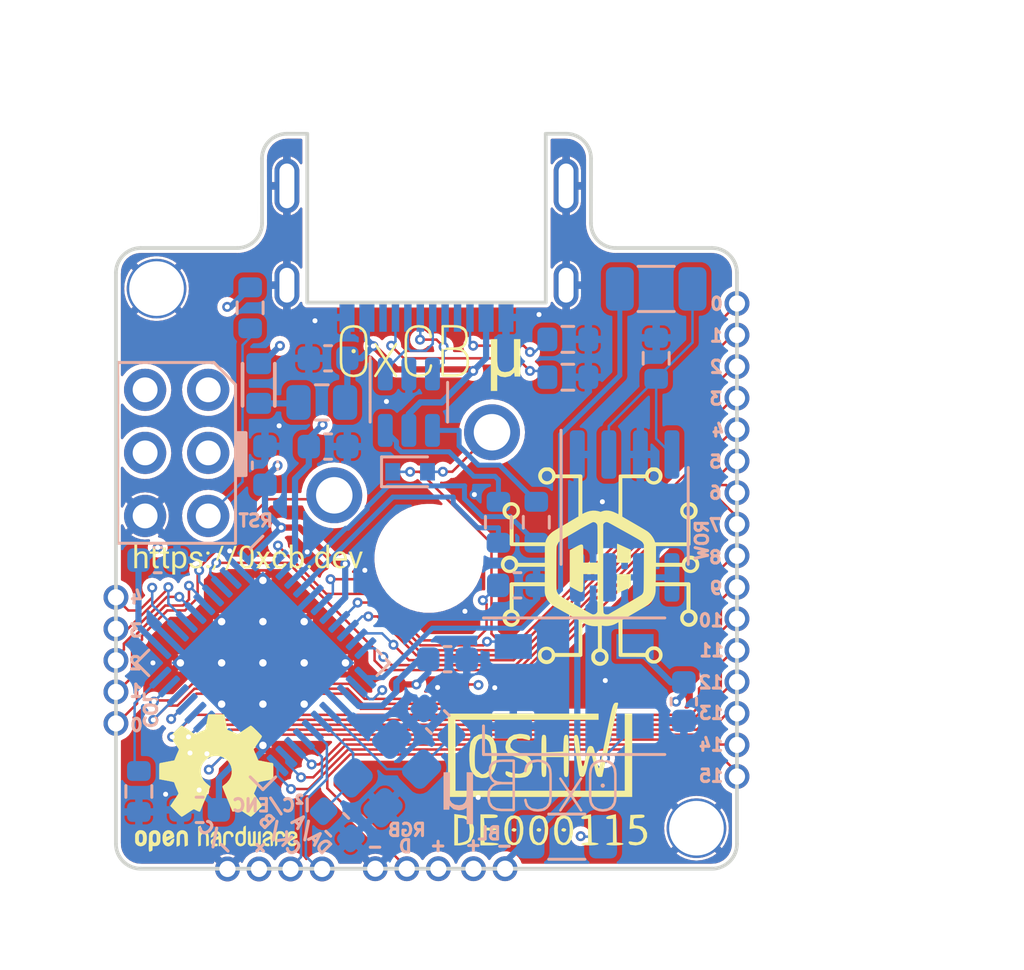
<source format=kicad_pcb>
(kicad_pcb (version 20211014) (generator pcbnew)
  (title_block (title "micro") (date "2021-06-27") (rev "rev1.0") (company "0xCB") (comment 1 "Conor Burns"))
  (layers (0 "F.Cu" mixed) (1 "In1.Cu" mixed) (2 "In2.Cu" mixed) (31 "B.Cu" mixed) (34 "B.Paste" user) (35 "F.Paste" user) (36 "B.SilkS" user "B.Silkscreen") (37 "F.SilkS" user "F.Silkscreen") (38 "B.Mask" user) (39 "F.Mask" user) (44 "Edge.Cuts" user))
  (net 0 "")
  (net 1 "Net-(C1-Pad1)")
  (net 2 "GND")
  (net 3 "VCC")
  (net 4 "Net-(C7-Pad2)")
  (net 5 "Net-(C8-Pad2)")
  (net 6 "Net-(C9-Pad1)")
  (net 7 "Net-(D1-Pad2)")
  (net 8 "RGB")
  (net 9 "RGBO")
  (net 10 "Net-(F1-Pad2)")
  (net 11 "Net-(J1-PadA5)")
  (net 12 "Net-(J1-PadA6)")
  (net 13 "Net-(J1-PadA7)")
  (net 15 "Net-(J1-PadB5)")
  (net 17 "RST")
  (net 18 "Net-(Q1-Pad2)")
  (net 19 "BLD")
  (net 20 "/D-")
  (net 21 "/D+")
  (net 22 "Net-(R5-Pad1)")
  (net 23 "BL")
  (net 24 "SDA")
  (net 26 "/D1+")
  (net 27 "/D1-")
  (net 28 "ROW0")
  (net 29 "ROW3")
  (net 30 "ROW2")
  (net 31 "ROW1")
  (net 32 "COL0")
  (net 33 "SCK")
  (net 34 "ROW9")
  (net 35 "ROW10")
  (net 36 "ROW12")
  (net 37 "ROW11")
  (net 38 "ROW13")
  (net 39 "ROW14")
  (net 40 "ROW4")
  (net 41 "ROW5")
  (net 42 "ROW6")
  (net 43 "ROW7")
  (net 44 "ROW8")
  (net 45 "COL1")
  (net 46 "COL2")
  (net 47 "COL3")
  (net 48 "COL4")
  (net 49 "ROW15")
  (net 50 "Net-(MX1-Pad4)")
  (footprint "Symbol:OSHW-Logo2_7.3x6mm_SilkScreen" (layer "F.Cu") (at 142.83 108.2)
    (fp_text reference "REF**" hide)
    (fp_text value "OSHW-Logo2_7.3x6mm_SilkScreen" hide)
  )
  (footprint "svg2mod" (layer "F.Cu") (at 144.129 99.208)
    (fp_text reference "svg2mod" hide)
    (fp_text value "G***" hide)
  )
  (footprint "0xcb:MountingHole_2.2mm_M2_DIN965_Pad_TopBottom_SMOL" (layer "F.Cu") (at 162.161 110.028)
    (fp_text reference "H2" hide)
    (fp_text value "MountingHole_Pad" hide)
  )
  (footprint "svg2mod" (layer "F.Cu") (at 150.404 90.811)
    (fp_text reference "svg2mod" hide)
    (fp_text value "G***" hide)
  )
  (footprint "Connector_PinHeader_1.27mm:PinHeader_1x02_P1.27mm_Vertical" (layer "F.Cu") (at 154.455 111.66 -90)
    (fp_text reference "J3" hide)
    (fp_text value "Conn_01x02" hide)
  )
  (footprint "0xcb:MountingHole_2.2mm_M2_DIN965_Pad_TopBottom_SMOL" (layer "F.Cu") (at 140.425 88.293)
    (fp_text reference "H1" hide)
    (fp_text value "MountingHole_Pad" hide)
  )
  (footprint "0xcb:oshwa" (layer "F.Cu") (at 155.867 107.867)
    (fp_text reference "G***" hide)
    (fp_text value "LOGO" hide)
  )
  (footprint "svg2mod" (layer "F.Cu") (at 154.477 91.373)
    (fp_text reference "svg2mod" hide)
    (fp_text value "G***" hide)
  )
  (footprint "0xcb:MXOnly-1U" (layer "F.Cu") (at 151.39 99.16)
    (fp_text reference "MX1")
    (fp_text value "MX-LED")
  )
  (footprint "0xcb:logo" (layer "F.Cu") (at 158.28 99.49)
    (fp_text reference "G***" hide)
    (fp_text value "LOGO" hide)
  )
  (footprint "LED_SMD:LED_WS2812B_PLCC4_5.0x5.0mm_P3.2mm" (layer "B.Cu") (at 157.236579 104.309 180)
    (fp_text reference "D2" hide)
    (fp_text value "WS2812B" hide)
  )
  (footprint "Resistor_SMD:R_0603_1608Metric" (layer "B.Cu") (at 144.192579 89.069 -90)
    (fp_text reference "R6" hide)
    (fp_text value "10k" hide)
  )
  (footprint "Connector_PinHeader_1.27mm:PinHeader_1x04_P1.27mm_Vertical" (layer "B.Cu") (at 147.09 111.67 90)
    (fp_text reference "J5" hide)
    (fp_text value "Conn_01x04" hide)
  )
  (footprint "Resistor_SMD:R_0603_1608Metric" (layer "B.Cu") (at 139.712579 108.549 -90)
    (fp_text reference "R5" hide)
    (fp_text value "10k" hide)
  )
  (footprint "Capacitor_SMD:C_0603_1608Metric" (layer "B.Cu") (at 152.14 103.22)
    (fp_text reference "C4" hide)
    (fp_text value "100n" hide)
  )
  (footprint "Capacitor_SMD:C_0603_1608Metric" (layer "B.Cu") (at 154.950579 100.245)
    (fp_text reference "C9" hide)
    (fp_text value "1u" hide)
  )
  (footprint "Resistor_SMD:R_0603_1608Metric" (layer "B.Cu") (at 160.538579 91.101 90)
    (fp_text reference "R8" hide)
    (fp_text value "10k" hide)
  )
  (footprint "Capacitor_SMD:C_0603_1608Metric" (layer "B.Cu") (at 147.7 109.89 135)
    (fp_text reference "C8" hide)
    (fp_text value "22p" hide)
  )
  (footprint "Capacitor_SMD:C_0603_1608Metric" (layer "B.Cu") (at 147.330579 91.101 180)
    (fp_text reference "C1" hide)
    (fp_text value "10u" hide)
  )
  (footprint "Connector_PinHeader_1.27mm:PinHeader_1x03_P1.27mm_Vertical" (layer "B.Cu") (at 149.23 111.66 -90)
    (fp_text reference "J4" hide)
    (fp_text value "Conn_01x03" hide)
  )
  (footprint "Capacitor_SMD:C_0603_1608Metric" (layer "B.Cu") (at 144.790579 95.419 90)
    (fp_text reference "C6" hide)
    (fp_text value "1u" hide)
  )
  (footprint "Resistor_SMD:R_0603_1608Metric" (layer "B.Cu") (at 155.712579 97.705 -90)
    (fp_text reference "R4" hide)
    (fp_text value "22" hide)
  )
  (footprint "Diode_SMD:D_SOD-523" (layer "B.Cu") (at 150.632579 95.673)
    (fp_text reference "D1" hide)
    (fp_text value "1N4148WT" hide)
  )
  (footprint "0xcb:Ferrite_Bead_0603" (layer "B.Cu") (at 144.536579 92.117 90)
    (fp_text reference "FB1" hide)
    (fp_text value "600R" hide)
  )
  (footprint "0xcb:Crystal_SMD_3225-4Pin_3.2x2.5mm" (layer "B.Cu") (at 149.717987 107.824992 45)
    (fp_text reference "Y1" hide)
    (fp_text value "16MHz" hide)
  )
  (footprint "Resistor_SMD:R_0603_1608Metric" (layer "B.Cu") (at 156.982579 91.863 180)
    (fp_text reference "R1" hide)
    (fp_text value "5.1k" hide)
  )
  (footprint "0xcb:AVR_PROG_2.54_THT" (layer "B.Cu") (at 141.234579 94.911 -90)
    (fp_text reference "J2" hide)
    (fp_text value "ISP" hide)
  )
  (footprint "Capacitor_SMD:C_0603_1608Metric" (layer "B.Cu") (at 140.472579 99.229)
    (fp_text reference "C2" hide)
    (fp_text value "100n" hide)
  )
  (footprint "svg2mod" (layer "B.Cu") (at 156.342579 108.309 180)
    (fp_text reference "0xCB" hide)
    (fp_text value "G***" hide)
  )
  (footprint "Resistor_SMD:R_0603_1608Metric" (layer "B.Cu") (at 156.982579 90.339)
    (fp_text reference "R2" hide)
    (fp_text value "5.1k" hide)
  )
  (footprint "Capacitor_SMD:C_0603_1608Metric" (layer "B.Cu") (at 147.330579 94.657)
    (fp_text reference "C5" hide)
    (fp_text value "100n" hide)
  )
  (footprint "0xcb:QFN-44-1EP_7x7mm_P0.5mm_EP5.2x5.2mm_ThermalVias" (layer "B.Cu") (at 144.706837 103.369291 -135)
    (fp_text reference "U2" hide)
    (fp_text value "ATMEGA32U4" hide)
  )
  (footprint "0xcb:Fuse_0805_2012Metric" (layer "B.Cu") (at 147.076579 92.879 180)
    (fp_text reference "F1" hide)
    (fp_text value "1A" hide)
  )
  (footprint "Connector_PinHeader_1.27mm:PinHeader_1x05_P1.27mm_Vertical" (layer "B.Cu") (at 138.79 105.807)
    (fp_text reference "J6" hide)
    (fp_text value "Conn_01x05" hide)
  )
  (footprint "Capacitor_SMD:C_0603_1608Metric" (layer "B.Cu") (at 142.16 109.29 180)
    (fp_text reference "C3" hide)
    (fp_text value "100n" hide)
  )
  (footprint "Resistor_SMD:R_0603_1608Metric" (layer "B.Cu") (at 154.188579 97.705 -90)
    (fp_text reference "R3" hide)
    (fp_text value "22" hide)
  )
  (footprint "Capacitor_SMD:C_0603_1608Metric" (layer "B.Cu") (at 151.749987 105.752984 -45)
    (fp_text reference "C7" hide)
    (fp_text value "22p" hide)
  )
  (footprint "Resistor_SMD:R_1206_3216Metric" (layer "B.Cu") (at 160.538579 88.307)
    (fp_text reference "R7" hide)
    (fp_text value "330" hide)
  )
  (footprint "Package_TO_SOT_SMD:SOT-23-6" (layer "B.Cu") (at 150.582579 92.869 -90)
    (fp_text reference "U1" hide)
    (fp_text value "USBLC6-2SC6" hide)
  )
  (footprint "Package_SO:SOIC-8_3.9x4.9mm_P1.27mm" (layer "B.Cu") (at 159.268579 97.451 -90)
    (fp_text reference "Q1" hide)
    (fp_text value "FDS9926A" hide)
  )
  (footprint "svg2mod" (layer "B.Cu") (at 152.572579 108.819 180)
    (fp_text reference "micro" hide)
    (fp_text value "G***" hide)
  )
  (footprint "Resistor_SMD:R_1206_3216Metric" (layer "B.Cu") (at 156.94 110.37 180)
    (fp_text reference "R9" hide)
    (fp_text value "330" hide)
  )
  (footprint "Connector_PinHeader_1.27mm:PinHeader_1x16_P1.27mm_Vertical" (layer "B.Cu") (at 163.792 88.894 180)
    (fp_text reference "J7" hide)
    (fp_text value "Conn_01x16" hide)
  )
  (footprint "Capacitor_SMD:C_0603_1608Metric" (layer "B.Cu") (at 161.652579 104.929 -90)
    (fp_text reference "C10" hide)
    (fp_text value "100n" hide)
  )
  (footprint "0xcb:HRO-TYPE-C-31-M-13" (layer "B.Cu") (at 151.292579 82.0565)
    (fp_text reference "J1" hide)
    (fp_text value "USB" hide)
    (fp_line (start 4.8 6.8) (end 4.8 0) (layer "Edge.Cuts") (width 0.15))
    (fp_line (start 4.8 6.8) (end -4.8 6.8) (layer "Edge.Cuts") (width 0.15))
    (fp_line (start -4.8 6.8) (end -4.8 0) (layer "Edge.Cuts") (width 0.15))
  )
  (gr_rect (start 144.012579 95.809) (end 143.642579 94.109) (layer "B.SilkS") (width 0.15) (fill solid))
  (gr_line (start 162.790001 111.658993) (end 139.790001 111.658996) (layer "Edge.Cuts") (width 0.15))
  (gr_arc (start 138.79 87.658994) (mid 139.082895 86.951888) (end 139.790003 86.658997) (layer "Edge.Cuts") (width 0.15))
  (gr_line (start 138.79 87.658994) (end 138.790004 110.658993) (layer "Edge.Cuts") (width 0.15))
  (gr_line (start 157.915474 83.056106) (end 157.912582 85.658997) (layer "Edge.Cuts") (width 0.15))
  (gr_line (start 156.915471 82.056109) (end 156.092579 82.0565) (layer "Edge.Cuts") (width 0.15))
  (gr_arc (start 158.912585 86.658994) (mid 158.205477 86.366103) (end 157.912582 85.658997) (layer "Edge.Cuts") (width 0.15))
  (gr_arc (start 144.669684 83.056106) (mid 144.962579 82.349) (end 145.669687 82.056109) (layer "Edge.Cuts") (width 0.15))
  (gr_arc (start 162.790003 86.658994) (mid 163.497109 86.951889) (end 163.79 87.658997) (layer "Edge.Cuts") (width 0.15))
  (gr_line (start 145.669687 82.056109) (end 146.492579 82.0565) (layer "Edge.Cuts") (width 0.15))
  (gr_arc (start 139.790001 111.658996) (mid 139.082895 111.366101) (end 138.790004 110.658993) (layer "Edge.Cuts") (width 0.15))
  (gr_arc (start 144.672579 85.659) (mid 144.379684 86.366106) (end 143.672576 86.658997) (layer "Edge.Cuts") (width 0.15))
  (gr_line (start 139.790003 86.658997) (end 143.672576 86.658997) (layer "Edge.Cuts") (width 0.15))
  (gr_line (start 163.79 87.658997) (end 163.790004 110.658996) (layer "Edge.Cuts") (width 0.15))
  (gr_arc (start 156.915471 82.056109) (mid 157.622579 82.349) (end 157.915474 83.056106) (layer "Edge.Cuts") (width 0.15))
  (gr_line (start 158.912585 86.658994) (end 162.790003 86.658994) (layer "Edge.Cuts") (width 0.15))
  (gr_line (start 144.669687 83.056109) (end 144.672579 85.659) (layer "Edge.Cuts") (width 0.15))
  (gr_arc (start 163.790004 110.658996) (mid 163.497109 111.366102) (end 162.790001 111.658993) (layer "Edge.Cuts") (width 0.15))
  (gr_text "COL\n" (at 140.151 105.277 270) (layer "B.SilkS") (effects (font (size 0.5 0.5) (thickness 0.125)) (justify mirror)))
  (gr_text "0" (at 162.970579 88.909) (layer "B.SilkS") (effects (font (size 0.5 0.5) (thickness 0.125)) (justify mirror)))
  (gr_text "1\n" (at 139.589 104.498) (layer "B.SilkS") (effects (font (size 0.5 0.5) (thickness 0.125)) (justify mirror)))
  (gr_text "5" (at 162.920579 95.269) (layer "B.SilkS") (effects (font (size 0.5 0.5) (thickness 0.125)) (justify mirror)))
  (gr_text "6" (at 162.920579 96.519) (layer "B.SilkS") (effects (font (size 0.5 0.5) (thickness 0.125)) (justify mirror)))
  (gr_text "12\n" (at 162.740579 104.159) (layer "B.SilkS") (effects (font (size 0.5 0.5) (thickness 0.125)) (justify mirror)))
  (gr_text "I²C/ENC" (at 145.05 109.11) (layer "B.SilkS") (effects (font (size 0.5 0.5) (thickness 0.125)) (justify mirror)))
  (gr_text "2" (at 139.559 103.388) (layer "B.SilkS") (effects (font (size 0.5 0.5) (thickness 0.125)) (justify mirror)))
  (gr_text "1" (at 162.950579 90.189) (layer "B.SilkS") (effects (font (size 0.5 0.5) (thickness 0.125)) (justify mirror)))
  (gr_text "14\n" (at 162.750579 106.669) (layer "B.SilkS") (effects (font (size 0.5 0.5) (thickness 0.125)) (justify mirror)))
  (gr_text "RST\n" (at 144.42 97.64) (layer "B.SilkS") (effects (font (size 0.5 0.5) (thickness 0.125)) (justify mirror)))
  (gr_text "DA/A\n" (at 146.66 110.28 315) (layer "B.SilkS") (effects (font (size 0.5 0.5) (thickness 0.125)) (justify mirror)))
  (gr_text "-\n" (at 149.22 110.76) (layer "B.SilkS") (effects (font (size 0.5 0.5) (thickness 0.125)) (justify mirror)))
  (gr_text "8" (at 162.920579 99.119) (layer "B.SilkS") (effects (font (size 0.5 0.5) (thickness 0.125)) (justify mirror)))
  (gr_text "+\n" (at 144.57 110.79 45) (layer "B.SilkS") (effects (font (size 0.5 0.5) (thickness 0.125)) (justify mirror)))
  (gr_text "0\n" (at 139.619 105.878) (layer "B.SilkS") (effects (font (size 0.5 0.5) (thickness 0.125)) (justify mirror)))
  (gr_text "CK/B\n" (at 145.39 110.29 315) (layer "B.SilkS") (effects (font (size 0.5 0.5) (thickness 0.125)) (justify mirror)))
  (gr_text "4" (at 139.619 100.728) (layer "B.SilkS") (effects (font (size 0.5 0.5) (thickness 0.125)) (justify mirror)))
  (gr_text "4" (at 163.032579 94.009) (layer "B.SilkS") (effects (font (size 0.5 0.5) (thickness 0.125)) (justify mirror)))
  (gr_text "+\n" (at 151.76 110.71) (layer "B.SilkS") (effects (font (size 0.5 0.5) (thickness 0.125)) (justify mirror)))
  (gr_text "BL" (at 153.82 110.24) (layer "B.SilkS") (effects (font (size 0.5 0.5) (thickness 0.125)) (justify mirror)))
  (gr_text "15" (at 162.748 107.92) (layer "B.SilkS") (effects (font (size 0.5 0.5) (thickness 0.125)) (justify mirror)))
  (gr_text "7" (at 162.920579 97.829) (layer "B.SilkS") (effects (font (size 0.5 0.5) (thickness 0.125)) (justify mirror)))
  (gr_text "-\n" (at 154.43 110.72) (layer "B.SilkS") (effects (font (size 0.5 0.5) (thickness 0.125)) (justify mirror)))
  (gr_text "13\n" (at 162.750579 105.389) (layer "B.SilkS") (effects (font (size 0.5 0.5) (thickness 0.125)) (justify mirror)))
  (gr_text "-/C\n" (at 142.83 110.43 315) (layer "B.SilkS") (effects (font (size 0.5 0.5) (thickness 0.125)) (justify mirror)))
  (gr_text "RGB" (at 150.5 110.1) (layer "B.SilkS") (effects (font (size 0.5 0.5) (thickness 0.125)) (justify mirror)))
  (gr_text "ROW\n" (at 162.382579 98.429 90) (layer "B.SilkS") (effects (font (size 0.5 0.5) (thickness 0.125)) (justify mirror)))
  (gr_text "2" (at 162.950579 91.449) (layer "B.SilkS") (effects (font (size 0.5 0.5) (thickness 0.125)) (justify mirror)))
  (gr_text "+\n" (at 153.18 110.69) (layer "B.SilkS") (effects (font (size 0.5 0.5) (thickness 0.125)) (justify mirror)))
  (gr_text "11\n" (at 162.770579 102.869) (layer "B.SilkS") (effects (font (size 0.5 0.5) (thickness 0.125)) (justify mirror)))
  (gr_text "D" (at 150.44 110.76) (layer "B.SilkS") (effects (font (size 0.5 0.5) (thickness 0.125)) (justify mirror)))
  (gr_text "3" (at 139.579 102.068) (layer "B.SilkS") (effects (font (size 0.5 0.5) (thickness 0.125)) (justify mirror)))
  (gr_text "9" (at 162.950579 100.359) (layer "B.SilkS") (effects (font (size 0.5 0.5) (thickness 0.125)) (justify mirror)))
  (gr_text "10" (at 162.740579 101.659) (layer "B.SilkS") (effects (font (size 0.5 0.5) (thickness 0.125)) (justify mirror)))
  (gr_text "3" (at 162.940579 92.729) (layer "B.SilkS") (effects (font (size 0.5 0.5) (thickness 0.125)) (justify mirror)))
  (segment (start 153.112579 91.549) (end 150.092579 91.549) (width 0.25) (layer "F.Cu") (net 1))
  (segment (start 153.172579 91.609) (end 153.112579 91.549) (width 0.25) (layer "F.Cu") (net 1))
  (segment (start 150.092579 91.549) (end 149.152579 90.609) (width 0.25) (layer "F.Cu") (net 1))
  (via (at 153.172579 91.609) (size 0.4) (drill 0.2) (layers "F.Cu" "B.Cu") (net 1))
  (via (at 149.152579 90.609) (size 0.4) (drill 0.2) (layers "F.Cu" "B.Cu") (net 1))
  (segment (start 153.692579 91.089) (end 153.692579 89.4565) (width 0.25) (layer "B.Cu") (net 1))
  (segment (start 148.105579 92.7875) (end 148.014079 92.879) (width 0.25) (layer "B.Cu") (net 1))
  (segment (start 150.582579 94.0065) (end 150.582579 93.344) (width 0.25) (layer "B.Cu") (net 1))
  (segment (start 148.105579 91.101) (end 148.105579 92.7875) (width 0.25) (layer "B.Cu") (net 1))
  (segment (start 148.892579 90.349) (end 148.892579 89.4565) (width 0.25) (layer "B.Cu") (net 1))
  (segment (start 148.105579 91.101) (end 148.660579 91.101) (width 0.25) (layer "B.Cu") (net 1))
  (segment (start 148.660579 91.101) (end 149.152579 90.609) (width 0.25) (layer "B.Cu") (net 1))
  (segment (start 150.582579 93.344) (end 151.047579 92.879) (width 0.25) (layer "B.Cu") (net 1))
  (segment (start 151.902579 92.879) (end 153.172579 91.609) (width 0.25) (layer "B.Cu") (net 1))
  (segment (start 151.047579 92.879) (end 151.902579 92.879) (width 0.25) (layer "B.Cu") (net 1))
  (segment (start 153.172579 91.609) (end 153.692579 91.089) (width 0.25) (layer "B.Cu") (net 1))
  (segment (start 149.152579 90.609) (end 148.892579 90.349) (width 0.25) (layer "B.Cu") (net 1))
  (via (at 146.49 98.9) (size 0.4) (drill 0.2) (layers "F.Cu" "B.Cu") (net 2))
  (via (at 158.49 104.08) (size 0.4) (drill 0.2) (layers "F.Cu" "B.Cu") (net 2))
  (via (at 158.372579 96.879) (size 0.4) (drill 0.2) (layers "F.Cu" "B.Cu") (net 2))
  (via (at 143.37 98.86) (size 0.4) (drill 0.2) (layers "F.Cu" "B.Cu") (net 2))
  (via (at 140.79 108.66) (size 0.4) (drill 0.2) (layers "F.Cu" "B.Cu") (net 2))
  (via (at 153.22 96.59) (size 0.4) (drill 0.2) (layers "F.Cu" "B.Cu") (net 2))
  (via (at 149.68 92.84) (size 0.4) (drill 0.2) (layers "F.Cu" "B.Cu") (net 2))
  (via (at 152.84 101.29) (size 0.4) (drill 0.2) (layers "F.Cu" "B.Cu") (net 2))
  (via (at 145.36 93.82) (size 0.4) (drill 0.2) (layers "F.Cu" "B.Cu") (net 2))
  (via (at 151.74 104.36) (size 0.4) (drill 0.2) (layers "F.Cu" "B.Cu") (net 2))
  (via (at 155.822579 89.339) (size 0.4) (drill 0.2) (layers "F.Cu" "B.Cu") (net 2))
  (via (at 148.81 99.64) (size 0.4) (drill 0.2) (layers "F.Cu" "B.Cu") (net 2))
  (via (at 154.04 104.37) (size 0.4) (drill 0.2) (layers "F.Cu" "B.Cu") (net 2))
  (via (at 146.802579 89.589) (size 0.4) (drill 0.2) (layers "F.Cu" "B.Cu") (net 2))
  (via (at 140.28 103.37) (size 0.4) (drill 0.2) (layers "F.Cu" "B.Cu") (net 2))
  (via (at 153.372579 108.789) (size 0.4) (drill 0.2) (layers "F.Cu" "B.Cu") (net 2))
  (segment (start 144.114635 107.497027) (end 144.706837 106.904825) (width 0.25) (layer "B.Cu") (net 2))
  (segment (start 144.706837 100.540864) (end 144.706837 103.369291) (width 0.25) (layer "B.Cu") (net 2))
  (segment (start 144.706837 102.662184) (end 144.706837 103.369291) (width 0.25) (layer "B.Cu") (net 2))
  (segment (start 143.761082 99.595109) (end 144.706837 100.540864) (width 0.25) (layer "B.Cu") (net 2))
  (segment (start 144.706837 106.904825) (end 144.706837 103.369291) (width 0.25) (layer "B.Cu") (net 2))
  (segment (start 147.773913 105.022153) (end 146.121051 103.369291) (width 0.25) (layer "B.Cu") (net 2))
  (segment (start 140.932655 102.423536) (end 141.87841 103.369291) (width 0.25) (layer "B.Cu") (net 2))
  (segment (start 146.121051 103.369291) (end 144.706837 103.369291) (width 0.25) (layer "B.Cu") (net 2))
  (segment (start 146.713252 100.655769) (end 144.706837 102.662184) (width 0.25) (layer "B.Cu") (net 2))
  (segment (start 141.87841 103.369291) (end 144.706837 103.369291) (width 0.25) (layer "B.Cu") (net 2))
  (segment (start 150.886 104.238) (end 150.122 104.238) (width 0.25) (layer "F.Cu") (net 3))
  (segment (start 146.179 97.919) (end 145.442579 97.919) (width 0.25) (layer "F.Cu") (net 3))
  (segment (start 147.64 99.38) (end 146.179 97.919) (width 0.25) (layer "F.Cu") (net 3))
  (segment (start 148.02 99.38) (end 147.64 99.38) (width 0.25) (layer "F.Cu") (net 3))
  (via (at 140.472579 98.721) (size 0.4) (drill 0.2) (layers "F.Cu" "B.Cu") (net 3))
  (via (at 142.14 108.49) (size 0.4) (drill 0.2) (layers "F.Cu" "B.Cu") (net 3))
  (via (at 145.442579 97.919) (size 0.4) (drill 0.2) (layers "F.Cu" "B.Cu") (net 3))
  (via (at 148.02 99.38) (size 0.4) (drill 0.2) (layers "F.Cu" "B.Cu") (net 3))
  (via (at 145.298579 95.419) (size 0.4) (drill 0.2) (layers "F.Cu" "B.Cu") (net 3))
  (via (at 150.886 104.238) (size 0.4) (drill 0.2) (layers "F.Cu" "B.Cu") (net 3))
  (via (at 147.11 93.78) (size 0.4) (drill 0.2) (layers "F.Cu" "B.Cu") (net 3))
  (via (at 145.392579 90.599) (size 0.4) (drill 0.2) (layers "F.Cu" "B.Cu") (net 3))
  (via (at 143.27 89.03) (size 0.4) (drill 0.2) (layers "F.Cu" "B.Cu") (net 3))
  (via (at 161.34 104.93) (size 0.4) (drill 0.2) (layers "F.Cu" "B.Cu") (net 3))
  (segment (start 148.02 99.38) (end 148.02 100.741579) (width 0.25) (layer "B.Cu") (net 3))
  (segment (start 150.08 104.15) (end 151.01 103.22) (width 0.25) (layer "B.Cu") (net 3))
  (segment (start 139.964579 99.229) (end 139.697579 99.229) (width 0.25) (layer "B.Cu") (net 3))
  (segment (start 140.472579 98.721) (end 139.964579 99.229) (width 0.25) (layer "B.Cu") (net 3))
  (segment (start 161.34 104.93) (end 161.652579 104.617421) (width 0.25) (layer "B.Cu") (net 3))
  (segment (start 142.935 109.29) (end 142.935 109.285) (width 0.25) (layer "B.Cu") (net 3))
  (segment (start 145.43719 97.919) (end 144.114635 99.241555) (width 0.25) (layer "B.Cu") (net 3))
  (segment (start 151.365 103.759) (end 151.365 103.22) (width 0.25) (layer "B.Cu") (net 3))
  (segment (start 144.790579 95.927) (end 145.298579 95.419) (width 0.25) (layer "B.Cu") (net 3))
  (segment (start 144.790579 96.194) (end 144.790579 95.927) (width 0.25) (layer "B.Cu") (net 3))
  (segment (start 143.761082 107.143473) (end 143.761082 107.208918) (width 0.25) (layer "B.Cu") (net 3))
  (segment (start 146.555579 94.334421) (end 147.11 93.78) (width 0.25) (layer "B.Cu") (net 3))
  (segment (start 142.935 109.285) (end 142.14 108.49) (width 0.25) (layer "B.Cu") (net 3))
  (segment (start 144.674579 91.317) (end 145.392579 90.599) (width 0.25) (layer "B.Cu") (net 3))
  (segment (start 148.127466 104.6686) (end 148.562385 105.103519) (width 0.25) (layer "B.Cu") (net 3))
  (segment (start 139.697579 101.895567) (end 139.697579 99.229) (width 0.25) (layer "B.Cu") (net 3))
  (segment (start 161.131579 104.154) (end 161.652579 104.154) (width 0.25) (layer "B.Cu") (net 3))
  (segment (start 150.886 104.238) (end 151.365 103.759) (width 0.25) (layer "B.Cu") (net 3))
  (segment (start 147.420359 101.34122) (end 147.420359 101.362876) (width 0.25) (layer "B.Cu") (net 3))
  (segment (start 143.406579 89.03) (end 144.192579 88.244) (width 0.25) (layer "B.Cu") (net 3))
  (segment (start 161.652579 104.617421) (end 161.652579 104.154) (width 0.25) (layer "B.Cu") (net 3))
  (segment (start 140.579101 102.777089) (end 139.697579 101.895567) (width 0.25) (layer "B.Cu") (net 3))
  (segment (start 145.442579 97.919) (end 145.43719 97.919) (width 0.25) (layer "B.Cu") (net 3))
  (segment (start 144.790579 96.194) (end 144.790579 97.267) (width 0.25) (layer "B.Cu") (net 3))
  (segment (start 146.555579 95.404421) (end 146.555579 94.657) (width 0.25) (layer "B.Cu") (net 3))
  (segment (start 150.08 104.529841) (end 150.08 104.15) (width 0.25) (layer "B.Cu") (net 3))
  (segment (start 146 99.247701) (end 146 95.96) (width 0.25) (layer "B.Cu") (net 3))
  (segment (start 143.27 89.03) (end 143.406579 89.03) (width 0.25) (layer "B.Cu") (net 3))
  (segment (start 144.790579 97.267) (end 145.442579 97.919) (width 0.25) (layer "B.Cu") (net 3))
  (segment (start 148.562385 105.103519) (end 149.506322 105.103519) (width 0.25) (layer "B.Cu") (net 3))
  (segment (start 143.761082 107.208918) (end 142.935 108.035) (width 0.25) (layer "B.Cu") (net 3))
  (segment (start 151.01 103.22) (end 151.365 103.22) (width 0.25) (layer "B.Cu") (net 3))
  (segment (start 148.02 100.741579) (end 147.420359 101.34122) (width 0.25) (layer "B.Cu") (net 3))
  (segment (start 149.506322 105.103519) (end 150.08 104.529841) (width 0.25) (layer "B.Cu") (net 3))
  (segment (start 142.935 108.035) (end 142.935 109.29) (width 0.25) (layer "B.Cu") (net 3))
  (segment (start 145.652592 99.595109) (end 146 99.247701) (width 0.25) (layer "B.Cu") (net 3))
  (segment (start 146.555579 94.657) (end 146.555579 94.334421) (width 0.25) (layer "B.Cu") (net 3))
  (segment (start 144.536579 91.317) (end 144.674579 91.317) (width 0.25) (layer "B.Cu") (net 3))
  (segment (start 159.686579 102.709) (end 161.131579 104.154) (width 0.25) (layer "B.Cu") (net 3))
  (segment (start 146 95.96) (end 146.555579 95.404421) (width 0.25) (layer "B.Cu") (net 3))
  (segment (start 147.420359 105.375706) (end 149.692868 107.648215) (width 0.1) (layer "B.Cu") (net 4))
  (segment (start 149.692868 107.648215) (end 151.096845 107.648215) (width 0.1) (layer "B.Cu") (net 4))
  (segment (start 152.297995 106.341) (end 151.096845 107.54215) (width 0.1) (layer "B.Cu") (net 4))
  (segment (start 151.096845 107.54215) (end 151.096845 107.648215) (width 0.1) (layer "B.Cu") (net 4))
  (segment (start 147.076579 109.389) (end 148.277729 108.18785) (width 0.1) (layer "B.Cu") (net 5))
  (segment (start 147.066806 105.72926) (end 148.339129 107.001583) (width 0.1) (layer "B.Cu") (net 5))
  (segment (start 148.339129 107.001583) (end 148.339129 108.001769) (width 0.1) (layer "B.Cu") (net 5))
  (segment (start 148.277729 108.18785) (end 148.277729 108.081785) (width 0.1) (layer "B.Cu") (net 5))
  (segment (start 153.709991 100.999991) (end 153.709991 102.010009) (width 0.1) (layer "F.Cu") (net 6))
  (segment (start 153.25764 102.46236) (end 151.128852 102.46236) (width 0.1) (layer "F.Cu") (net 6))
  (segment (start 153.709991 102.010009) (end 153.25764 102.46236) (width 0.1) (layer "F.Cu") (net 6))
  (segment (start 151.128852 102.46236) (end 148.666492 100) (width 0.1) (layer "F.Cu") (net 6))
  (segment (start 148.666492 100) (end 147.43 100) (width 0.1) (layer "F.Cu") (net 6))
  (segment (start 153.56 100.85) (end 153.709991 100.999991) (width 0.1) (layer "F.Cu") (net 6))
  (via (at 147.43 100) (size 0.4) (drill 0.2) (layers "F.Cu" "B.Cu") (net 6))
  (via (at 153.56 100.85) (size 0.4) (drill 0.2) (layers "F.Cu" "B.Cu") (net 6))
  (segment (start 153.570579 100.85) (end 154.175579 100.245) (width 0.1) (layer "B.Cu") (net 6))
  (segment (start 147.522579 100.589) (end 147.102257 101.009322) (width 0.1) (layer "B.Cu") (net 6))
  (segment (start 147.43 100) (end 147.522579 100.092579) (width 0.1) (layer "B.Cu") (net 6))
  (segment (start 147.102257 101.009322) (end 147.066806 101.009322) (width 0.1) (layer "B.Cu") (net 6))
  (segment (start 147.522579 100.092579) (end 147.522579 100.589) (width 0.1) (layer "B.Cu") (net 6))
  (segment (start 153.56 100.85) (end 153.570579 100.85) (width 0.1) (layer "B.Cu") (net 6))
  (segment (start 151.952579 95.669) (end 152.332579 95.669) (width 0.1) (layer "F.Cu") (net 7))
  (segment (start 152.332579 95.669) (end 153.762579 94.239) (width 0.1) (layer "F.Cu") (net 7))
  (via (at 151.952579 95.669) (size 0.4) (drill 0.2) (layers "F.Cu" "B.Cu") (net 7))
  (segment (start 151.948579 95.673) (end 151.332579 95.673) (width 0.1) (layer "B.Cu") (net 7))
  (segment (start 151.952579 95.669) (end 151.948579 95.673) (width 0.1) (layer "B.Cu") (net 7))
  (segment (start 151.046208 102.66188) (end 153.58002 102.66188) (width 0.1) (layer "F.Cu") (net 8))
  (segment (start 145.313948 98.642576) (end 147.261861 100.590489) (width 0.1) (layer "F.Cu") (net 8))
  (segment (start 148.974817 100.590489) (end 151.046208 102.66188) (width 0.1) (layer "F.Cu") (net 8))
  (segment (start 147.261861 100.590489) (end 148.974817 100.590489) (width 0.1) (layer "F.Cu") (net 8))
  (segment (start 153.58002 102.66188) (end 153.73 102.5119) (width 0.1) (layer "F.Cu") (net 8))
  (via (at 153.73 102.5119) (size 0.4) (drill 0.2) (layers "F.Cu" "B.Cu") (net 8))
  (via (at 145.313948 98.642576) (size 0.4) (drill 0.2) (layers "F.Cu" "B.Cu") (net 8))
  (segment (start 145.313948 98.642576) (end 145.299039 98.657485) (width 0.1) (layer "B.Cu") (net 8))
  (segment (start 145.299039 98.657485) (end 145.299039 99.241555) (width 0.1) (layer "B.Cu") (net 8))
  (segment (start 154.589479 102.5119) (end 154.786579 102.709) (width 0.1) (layer "B.Cu") (net 8))
  (segment (start 153.73 102.5119) (end 154.589479 102.5119) (width 0.1) (layer "B.Cu") (net 8))
  (segment (start 147.3 107.975907) (end 147.3 108.42) (width 0.1) (layer "F.Cu") (net 9))
  (segment (start 158.33002 107.05808) (end 148.217827 107.05808) (width 0.1) (layer "F.Cu") (net 9))
  (segment (start 147.3 108.42) (end 150.488975 111.608975) (width 0.1) (layer "F.Cu") (net 9))
  (segment (start 158.48 107.20806) (end 158.33002 107.05808) (width 0.1) (layer "F.Cu") (net 9))
  (segment (start 148.217827 107.05808) (end 147.3 107.975907) (width 0.1) (layer "F.Cu") (net 9))
  (via (at 158.48 107.20806) (size 0.4) (drill 0.2) (layers "F.Cu" "B.Cu") (net 9))
  (segment (start 158.48 107.20806) (end 158.48 107.115579) (width 0.1) (layer "B.Cu") (net 9))
  (segment (start 158.48 107.115579) (end 159.686579 105.909) (width 0.1) (layer "B.Cu") (net 9))
  (segment (start 146.101079 92.917) (end 146.139079 92.879) (width 0.25) (layer "B.Cu") (net 10))
  (segment (start 144.536579 92.917) (end 146.101079 92.917) (width 0.25) (layer "B.Cu") (net 10))
  (segment (start 154.950579 91.101) (end 155.458579 91.609) (width 0.1) (layer "F.Cu") (net 11))
  (segment (start 150.378579 91.101) (end 154.950579 91.101) (width 0.1) (layer "F.Cu") (net 11))
  (segment (start 149.870579 90.593) (end 150.378579 91.101) (width 0.1) (layer "F.Cu") (net 11))
  (via (at 155.458579 91.609) (size 0.4) (drill 0.2) (layers "F.Cu" "B.Cu") (net 11))
  (via (at 149.870579 90.593) (size 0.4) (drill 0.2) (layers "F.Cu" "B.Cu") (net 11))
  (segment (start 155.903579 91.609) (end 156.157579 91.863) (width 0.1) (layer "B.Cu") (net 11))
  (segment (start 150.042579 89.4565) (end 150.042579 90.421) (width 0.1) (layer "B.Cu") (net 11))
  (segment (start 155.458579 91.609) (end 155.903579 91.609) (width 0.1) (layer "B.Cu") (net 11))
  (segment (start 150.042579 90.421) (end 149.870579 90.593) (width 0.1) (layer "B.Cu") (net 11))
  (segment (start 151.692579 90.349) (end 151.032579 90.349) (width 0.1) (layer "F.Cu") (net 12))
  (segment (start 151.982579 90.639) (end 151.692579 90.349) (width 0.1) (layer "F.Cu") (net 12))
  (via (at 151.982579 90.639) (size 0.4) (drill 0.2) (layers "F.Cu" "B.Cu") (net 12))
  (via (at 151.032579 90.349) (size 0.4) (drill 0.2) (layers "F.Cu" "B.Cu") (net 12))
  (segment (start 152.042579 90.579) (end 152.042579 89.4565) (width 0.1) (layer "B.Cu") (net 12))
  (segment (start 151.042579 90.339) (end 151.042579 89.4565) (width 0.1) (layer "B.Cu") (net 12))
  (segment (start 151.032579 90.349) (end 151.042579 90.339) (width 0.1) (layer "B.Cu") (net 12))
  (segment (start 151.982579 91.2815) (end 151.532579 91.7315) (width 0.1) (layer "B.Cu") (net 12))
  (segment (start 151.982579 90.639) (end 151.982579 91.2815) (width 0.1) (layer "B.Cu") (net 12))
  (segment (start 151.982579 90.639) (end 152.042579 90.579) (width 0.1) (layer "B.Cu") (net 12))
  (segment (start 150.663235 90.799) (end 150.542579 90.678344) (width 0.1) (layer "B.Cu") (net 13))
  (segment (start 150.542579 90.679) (end 150.302099 90.91948) (width 0.1) (layer "B.Cu") (net 13))
  (segment (start 151.542579 89.4565) (end 151.542579 90.519) (width 0.1) (layer "B.Cu") (net 13))
  (segment (start 151.262579 90.799) (end 150.663235 90.799) (width 0.1) (layer "B.Cu") (net 13))
  (segment (start 150.542579 89.4565) (end 150.542579 90.678344) (width 0.1) (layer "B.Cu") (net 13))
  (segment (start 150.302099 90.91948) (end 150.301443 90.91948) (width 0.1) (layer "B.Cu") (net 13))
  (segment (start 150.542579 90.678344) (end 150.542579 90.679) (width 0.1) (layer "B.Cu") (net 13))
  (segment (start 149.632579 91.588344) (end 149.632579 91.7315) (width 0.1) (layer "B.Cu") (net 13))
  (segment (start 151.542579 90.519) (end 151.262579 90.799) (width 0.1) (layer "B.Cu") (net 13))
  (segment (start 150.301443 90.91948) (end 149.632579 91.588344) (width 0.1) (layer "B.Cu") (net 13))
  (segment (start 153.172579 90.593) (end 155.204579 90.593) (width 0.1) (layer "F.Cu") (net 15))
  (segment (start 155.204579 90.593) (end 155.458579 90.847) (width 0.1) (layer "F.Cu") (net 15))
  (via (at 153.172579 90.593) (size 0.4) (drill 0.2) (layers "F.Cu" "B.Cu") (net 15))
  (via (at 155.458579 90.847) (size 0.4) (drill 0.2) (layers "F.Cu" "B.Cu") (net 15))
  (segment (start 155.458579 90.847) (end 155.649579 90.847) (width 0.1) (layer "B.Cu") (net 15))
  (segment (start 153.042579 89.4565) (end 153.042579 90.463) (width 0.1) (layer "B.Cu") (net 15))
  (segment (start 153.042579 90.463) (end 153.172579 90.593) (width 0.1) (layer "B.Cu") (net 15))
  (segment (start 155.649579 90.847) (end 156.157579 90.339) (width 0.1) (layer "B.Cu") (net 15))
  (via (at 149.511069 104.465955) (size 0.4) (drill 0.2) (layers "F.Cu" "B.Cu") (net 17))
  (segment (start 143.887059 96.06852) (end 142.504579 97.451) (width 0.1) (layer "B.Cu") (net 17))
  (segment (start 149.148024 104.829) (end 148.994973 104.829) (width 0.1) (layer "B.Cu") (net 17))
  (segment (start 143.887059 90.56952) (end 143.887059 96.06852) (width 0.1) (layer "B.Cu") (net 17))
  (segment (start 144.377579 90.079) (end 143.887059 90.56952) (width 0.1) (layer "B.Cu") (net 17))
  (segment (start 148.994973 104.829) (end 148.481019 104.315046) (width 0.1) (layer "B.Cu") (net 17))
  (segment (start 149.511069 104.465955) (end 149.148024 104.829) (width 0.1) (layer "B.Cu") (net 17))
  (segment (start 144.137579 89.839) (end 144.377579 90.079) (width 0.1) (layer "B.Cu") (net 17))
  (segment (start 158.633579 94.976) (end 158.633579 93.831) (width 0.1) (layer "B.Cu") (net 18))
  (segment (start 160.538579 91.926) (end 160.538579 94.341) (width 0.1) (layer "B.Cu") (net 18))
  (segment (start 160.538579 91.926) (end 162.001079 90.4635) (width 0.1) (layer "B.Cu") (net 18))
  (segment (start 162.001079 90.4635) (end 162.001079 88.307) (width 0.1) (layer "B.Cu") (net 18))
  (segment (start 158.633579 93.831) (end 160.538579 91.926) (width 0.1) (layer "B.Cu") (net 18))
  (segment (start 160.538579 94.341) (end 161.173579 94.976) (width 0.1) (layer "B.Cu") (net 18))
  (segment (start 157.363579 108.483921) (end 155.4775 110.37) (width 0.25) (layer "B.Cu") (net 19))
  (segment (start 161.173579 99.926) (end 157.363579 99.926) (width 0.25) (layer "B.Cu") (net 19))
  (segment (start 157.363579 99.926) (end 157.363579 108.483921) (width 0.25) (layer "B.Cu") (net 19))
  (segment (start 154.455 111.3925) (end 154.455 111.533974) (width 0.25) (layer "B.Cu") (net 19))
  (segment (start 155.4775 110.37) (end 154.455 111.3925) (width 0.25) (layer "B.Cu") (net 19))
  (segment (start 154.050684 95.854502) (end 154.188579 95.992397) (width 0.2) (layer "B.Cu") (net 20))
  (segment (start 153.194976 95.854502) (end 154.050684 95.854502) (width 0.2) (layer "B.Cu") (net 20))
  (segment (start 152.208994 94.86852) (end 153.194976 95.854502) (width 0.2) (layer "B.Cu") (net 20))
  (segment (start 149.632579 94.0065) (end 150.082579 94.4565) (width 0.2) (layer "B.Cu") (net 20))
  (segment (start 150.280731 94.86852) (end 152.208994 94.86852) (width 0.2) (layer "B.Cu") (net 20))
  (segment (start 150.082579 94.670368) (end 150.280731 94.86852) (width 0.2) (layer "B.Cu") (net 20))
  (segment (start 150.082579 94.4565) (end 150.082579 94.670368) (width 0.2) (layer "B.Cu") (net 20))
  (segment (start 154.188579 95.992397) (end 154.188579 96.88) (width 0.2) (layer "B.Cu") (net 20))
  (segment (start 152.605489 94.0065) (end 152.605489 94.628632) (width 0.2) (layer "B.Cu") (net 21))
  (segment (start 153.381368 95.404511) (end 154.23709 95.404511) (width 0.2) (layer "B.Cu") (net 21))
  (segment (start 154.23709 95.404511) (end 155.712579 96.88) (width 0.2) (layer "B.Cu") (net 21))
  (segment (start 151.532579 94.0065) (end 152.605489 94.0065) (width 0.2) (layer "B.Cu") (net 21))
  (segment (start 152.605489 94.628632) (end 153.381368 95.404511) (width 0.2) (layer "B.Cu") (net 21))
  (segment (start 139.542579 104.998015) (end 139.542579 107.554) (width 0.1) (layer "B.Cu") (net 22))
  (segment (start 139.542579 107.554) (end 139.712579 107.724) (width 0.1) (layer "B.Cu") (net 22))
  (segment (start 140.579101 103.961493) (end 139.542579 104.998015) (width 0.1) (layer "B.Cu") (net 22))
  (segment (start 151.532566 101.97) (end 149.541073 103.961493) (width 0.2) (layer "B.Cu") (net 23))
  (segment (start 159.076079 91.787132) (end 156.69 94.173211) (width 0.2) (layer "B.Cu") (net 23))
  (segment (start 159.076079 88.307) (end 159.076079 91.787132) (width 0.2) (layer "B.Cu") (net 23))
  (segment (start 156.69 94.173211) (end 156.69 100.42) (width 0.2) (layer "B.Cu") (net 23))
  (segment (start 155.14 101.97) (end 151.532566 101.97) (width 0.2) (layer "B.Cu") (net 23))
  (segment (start 156.69 100.42) (end 155.14 101.97) (width 0.2) (layer "B.Cu") (net 23))
  (segment (start 149.541073 103.961493) (end 148.834573 103.961493) (width 0.2) (layer "B.Cu") (net 23))
  (segment (start 146.436596 108.897147) (end 146.436596 111.156596) (width 0.1) (layer "B.Cu") (net 24))
  (segment (start 146.713252 106.082813) (end 147.282099 106.65166) (width 0.1) (layer "B.Cu") (net 24))
  (segment (start 147.282099 108.051644) (end 146.436596 108.897147) (width 0.1) (layer "B.Cu") (net 24))
  (segment (start 146.436596 111.156596) (end 146.888977 111.608977) (width 0.1) (layer "B.Cu") (net 24))
  (segment (start 146.888977 111.608977) (end 147.09 111.608977) (width 0.1) (layer "B.Cu") (net 24))
  (segment (start 147.282099 106.65166) (end 147.282099 108.051644) (width 0.1) (layer "B.Cu") (net 24))
  (segment (start 146.359699 100.266861) (end 149.93656 96.69) (width 0.2) (layer "B.Cu") (net 26))
  (segment (start 154.188579 97.929511) (end 154.188579 98.53) (width 0.2) (layer "B.Cu") (net 26))
  (segment (start 153.358132 97.929511) (end 154.188579 97.929511) (width 0.2) (layer "B.Cu") (net 26))
  (segment (start 152.370498 96.941877) (end 153.358132 97.929511) (width 0.2) (layer "B.Cu") (net 26))
  (segment (start 146.359699 100.302215) (end 146.359699 100.266861) (width 0.2) (layer "B.Cu") (net 26))
  (segment (start 149.93656 96.69) (end 152.370498 96.69) (width 0.2) (layer "B.Cu") (net 26))
  (segment (start 152.370498 96.69) (end 152.370498 96.941877) (width 0.2) (layer "B.Cu") (net 26))
  (segment (start 148.904511 97.085651) (end 149.750162 96.24) (width 0.2) (layer "B.Cu") (net 27))
  (segment (start 152.820489 96.755484) (end 153.544525 97.47952) (width 0.2) (layer "B.Cu") (net 27))
  (segment (start 148.904511 97.168632) (end 148.904511 97.085651) (width 0.2) (layer "B.Cu") (net 27))
  (segment (start 154.649118 97.466539) (end 155.712579 98.53) (width 0.2) (layer "B.Cu") (net 27))
  (segment (start 146.0415 99.948662) (end 148.045651 97.944511) (width 0.2) (layer "B.Cu") (net 27))
  (segment (start 146.006146 99.948662) (end 146.0415 99.948662) (width 0.2) (layer "B.Cu") (net 27))
  (segment (start 148.045651 97.944511) (end 148.128632 97.944511) (width 0.2) (layer "B.Cu") (net 27))
  (segment (start 153.544525 97.47952) (end 154.636137 97.47952) (width 0.2) (layer "B.Cu") (net 27))
  (segment (start 154.636137 97.47952) (end 154.649118 97.466539) (width 0.2) (layer "B.Cu") (net 27))
  (segment (start 152.830467 96.24) (end 152.820489 96.249978) (width 0.2) (layer "B.Cu") (net 27))
  (segment (start 148.128632 97.944511) (end 148.904511 97.168632) (width 0.2) (layer "B.Cu") (net 27))
  (segment (start 149.750162 96.24) (end 152.830467 96.24) (width 0.2) (layer "B.Cu") (net 27))
  (segment (start 152.820489 96.249978) (end 152.820489 96.755484) (width 0.2) (layer "B.Cu") (net 27))
  (segment (start 155.792579 101.701159) (end 162.264988 95.22875) (width 0.1) (layer "F.Cu") (net 28))
  (segment (start 154.632338 102.8614) (end 154.573784 102.8614) (width 0.1) (layer "F.Cu") (net 28))
  (segment (start 149.042164 100.94) (end 150.963564 102.8614) (width 0.1) (layer "F.Cu") (net 28))
  (segment (start 151.019 95.673) (end 150.632579 95.673) (width 0.1) (layer "F.Cu") (net 28))
  (segment (start 154.573784 102.8614) (end 153.909511 102.197127) (width 0.1) (layer "F.Cu") (net 28))
  (segment (start 150.963564 102.8614) (end 154.632338 102.8614) (width 0.1) (layer "F.Cu") (net 28))
  (segment (start 162.664028 92.807749) (end 162.664028 90.05453) (width 0.1) (layer "F.Cu") (net 28))
  (segment (start 148.52 100.94) (end 149.042164 100.94) (width 0.1) (layer "F.Cu") (net 28))
  (segment (start 162.264988 95.22875) (end 162.264988 93.206789) (width 0.1) (layer "F.Cu") (net 28))
  (segment (start 162.664028 90.05453) (end 163.824558 88.894) (width 0.1) (layer "F.Cu") (net 28))
  (segment (start 153.909511 98.563511) (end 151.019 95.673) (width 0.1) (layer "F.Cu") (net 28))
  (segment (start 154.632338 102.8614) (end 155.792579 101.701159) (width 0.1) (layer "F.Cu") (net 28))
  (segment (start 162.264988 93.206789) (end 162.664028 92.807749) (width 0.1) (layer "F.Cu") (net 28))
  (segment (start 153.909511 102.197127) (end 153.909511 98.563511) (width 0.1) (layer "F.Cu") (net 28))
  (via (at 150.632579 95.673) (size 0.4) (drill 0.2) (layers "F.Cu" "B.Cu") (net 28))
  (via (at 148.52 100.94) (size 0.4) (drill 0.2) (layers "F.Cu" "B.Cu") (net 28))
  (segment (start 148.52 100.970342) (end 147.773913 101.716429) (width 0.1) (layer "B.Cu") (net 28))
  (segment (start 148.52 100.94) (end 148.52 100.970342) (width 0.1) (layer "B.Cu") (net 28))
  (segment (start 149.932579 95.673) (end 150.632579 95.673) (width 0.1) (layer "B.Cu") (net 28))
  (segment (start 154.88027 103.45996) (end 162.863548 95.476682) (width 0.1) (layer "F.Cu") (net 29))
  (segment (start 162.863548 95.476682) (end 162.863548 93.50101) (width 0.1) (layer "F.Cu") (net 29))
  (segment (start 149.552579 103.129) (end 149.883539 103.45996) (width 0.1) (layer "F.Cu") (net 29))
  (segment (start 149.883539 103.45996) (end 154.88027 103.45996) (width 0.1) (layer "F.Cu") (net 29))
  (segment (start 162.863548 93.50101) (end 163.660558 92.704) (width 0.1) (layer "F.Cu") (net 29))
  (via (at 149.552579 103.129) (size 0.4) (drill 0.2) (layers "F.Cu" "B.Cu") (net 29))
  (segment (start 149.552579 103.129) (end 149.200668 102.777089) (width 0.1) (layer "B.Cu") (net 29))
  (segment (start 149.200668 102.777089) (end 148.834573 102.777089) (width 0.1) (layer "B.Cu") (net 29))
  (segment (start 150.584019 103.26044) (end 154.797626 103.26044) (width 0.1) (layer "F.Cu") (net 30))
  (segment (start 162.664028 95.394038) (end 162.664028 93.372077) (width 0.1) (layer "F.Cu") (net 30))
  (segment (start 149.962579 102.639) (end 150.584019 103.26044) (width 0.1) (layer "F.Cu") (net 30))
  (segment (start 163.063068 92.973037) (end 163.063068 92.03149) (width 0.1) (layer "F.Cu") (net 30))
  (segment (start 154.797626 103.26044) (end 162.664028 95.394038) (width 0.1) (layer "F.Cu") (net 30))
  (segment (start 162.664028 93.372077) (end 163.063068 92.973037) (width 0.1) (layer "F.Cu") (net 30))
  (segment (start 163.063068 92.03149) (end 163.660558 91.434) (width 0.1) (layer "F.Cu") (net 30))
  (via (at 149.962579 102.639) (size 0.4) (drill 0.2) (layers "F.Cu" "B.Cu") (net 30))
  (segment (start 149.503578 102.179999) (end 148.724556 102.179999) (width 0.1) (layer "B.Cu") (net 30))
  (segment (start 148.724556 102.179999) (end 148.481019 102.423536) (width 0.1) (layer "B.Cu") (net 30))
  (segment (start 149.962579 102.639) (end 149.503578 102.179999) (width 0.1) (layer "B.Cu") (net 30))
  (segment (start 162.863548 90.91101) (end 162.863548 92.890393) (width 0.1) (layer "F.Cu") (net 31))
  (segment (start 149.319 101.499) (end 148.952579 101.499) (width 0.1) (layer "F.Cu") (net 31))
  (segment (start 162.464508 93.289433) (end 162.464508 95.311394) (width 0.1) (layer "F.Cu") (net 31))
  (segment (start 162.863548 92.890393) (end 162.464508 93.289433) (width 0.1) (layer "F.Cu") (net 31))
  (segment (start 162.464508 95.311394) (end 154.714982 103.06092) (width 0.1) (layer "F.Cu") (net 31))
  (segment (start 150.88092 103.06092) (end 149.319 101.499) (width 0.1) (layer "F.Cu") (net 31))
  (segment (start 154.714982 103.06092) (end 150.88092 103.06092) (width 0.1) (layer "F.Cu") (net 31))
  (segment (start 163.635558 90.139) (end 162.863548 90.91101) (width 0.1) (layer "F.Cu") (net 31))
  (via (at 148.952579 101.499) (size 0.4) (drill 0.2) (layers "F.Cu" "B.Cu") (net 31))
  (segment (start 148.952579 101.499) (end 148.698448 101.499) (width 0.1) (layer "B.Cu") (net 31))
  (segment (start 148.698448 101.499) (end 148.127466 102.069982) (width 0.1) (layer "B.Cu") (net 31))
  (segment (start 140.857461 101.259031) (end 139.83855 102.277942) (width 0.1) (layer "F.Cu") (net 32))
  (segment (start 142.14 99.535716) (end 143.11048 98.565236) (width 0.1) (layer "F.Cu") (net 32))
  (segment (start 142.14 99.64) (end 142.079511 99.700489) (width 0.1) (layer "F.Cu") (net 32))
  (segment (start 142.079511 99.700489) (end 142.079511 100.746936) (width 0.1) (layer "F.Cu") (net 32))
  (segment (start 142.079511 100.746936) (end 141.567416 101.259031) (width 0.1) (layer "F.Cu") (net 32))
  (segment (start 141.567416 101.259031) (end 140.857461 101.259031) (width 0.1) (layer "F.Cu") (net 32))
  (segment (start 139.83855 102.431325) (end 139.639031 102.630844) (width 0.1) (layer "F.Cu") (net 32))
  (segment (start 143.11048 98.565236) (end 143.124764 98.565236) (width 0.1) (layer "F.Cu") (net 32))
  (segment (start 139.83855 102.277942) (end 139.83855 102.431325) (width 0.1) (layer "F.Cu") (net 32))
  (segment (start 139.639031 105.007992) (end 138.840023 105.807) (width 0.1) (layer "F.Cu") (net 32))
  (segment (start 144.911 96.779) (end 147.412579 96.779) (width 0.1) (layer "F.Cu") (net 32))
  (segment (start 143.124764 98.565236) (end 144.911 96.779) (width 0.1) (layer "F.Cu") (net 32))
  (segment (start 139.639031 102.630844) (end 139.639031 105.007992) (width 0.1) (layer "F.Cu") (net 32))
  (segment (start 142.14 99.64) (end 142.14 99.535716) (width 0.1) (layer "F.Cu") (net 32))
  (via (at 142.14 99.64) (size 0.4) (drill 0.2) (layers "F.Cu" "B.Cu") (net 32))
  (segment (start 142.14 100.095347) (end 142.700422 100.655769) (width 0.1) (layer "B.Cu") (net 32))
  (segment (start 142.14 99.64) (end 142.14 100.095347) (width 0.1) (layer "B.Cu") (net 32))
  (segment (start 146.237076 108.814504) (end 146.237076 111.191902) (width 0.1) (layer "B.Cu") (net 33))
  (segment (start 146.237076 111.191902) (end 145.82 111.608978) (width 0.1) (layer "B.Cu") (net 33))
  (segment (start 146.359699 106.436367) (end 147.082579 107.159247) (width 0.1) (layer "B.Cu") (net 33))
  (segment (start 147.082579 107.969) (end 146.237076 108.814504) (width 0.1) (layer "B.Cu") (net 33))
  (segment (start 147.082579 107.159247) (end 147.082579 107.969) (width 0.1) (layer "B.Cu") (net 33))
  (segment (start 162.464511 104.483555) (end 162.73996 104.208106) (width 0.1) (layer "F.Cu") (net 34))
  (segment (start 162.00856 105.66144) (end 162.464508 105.205492) (width 0.1) (layer "F.Cu") (net 34))
  (segment (start 142.400139 105.66144) (end 162.00856 105.66144) (width 0.1) (layer "F.Cu") (net 34))
  (segment (start 162.73996 104.208106) (end 162.73996 102.232435) (width 0.1) (layer "F.Cu") (net 34))
  (segment (start 162.73996 102.232435) (end 163.142489 101.829906) (width 0.1) (layer "F.Cu") (net 34))
  (segment (start 163.142489 101.829906) (end 163.142489 100.842069) (width 0.1) (layer "F.Cu") (net 34))
  (segment (start 141.712579 106.349) (end 142.400139 105.66144) (width 0.1) (layer "F.Cu") (net 34))
  (segment (start 163.142489 100.842069) (end 163.660558 100.324) (width 0.1) (layer "F.Cu") (net 34))
  (segment (start 162.464508 105.205492) (end 162.464511 104.483555) (width 0.1) (layer "F.Cu") (net 34))
  (via (at 141.712579 106.349) (size 0.4) (drill 0.2) (layers "F.Cu" "B.Cu") (net 34))
  (segment (start 141.712579 106.349) (end 142.332319 105.72926) (width 0.1) (layer "B.Cu") (net 34))
  (segment (start 142.332319 105.72926) (end 142.346868 105.72926) (width 0.1) (layer "B.Cu") (net 34))
  (segment (start 162.93948 104.29075) (end 162.93948 102.315078) (width 0.1) (layer "F.Cu") (net 35))
  (segment (start 142.910619 105.86096) (end 162.091204 105.86096) (width 0.1) (layer "F.Cu") (net 35))
  (segment (start 162.091204 105.86096) (end 162.664027 105.288137) (width 0.1) (layer "F.Cu") (net 35))
  (segment (start 162.93948 102.315078) (end 163.660558 101.594) (width 0.1) (layer "F.Cu") (net 35))
  (segment (start 162.66403 104.5662) (end 162.93948 104.29075) (width 0.1) (layer "F.Cu") (net 35))
  (segment (start 141.772579 106.999) (end 142.910619 105.86096) (width 0.1) (layer "F.Cu") (net 35))
  (segment (start 162.664027 105.288137) (end 162.66403 104.5662) (width 0.1) (layer "F.Cu") (net 35))
  (via (at 141.772579 106.999) (size 0.4) (drill 0.2) (layers "F.Cu" "B.Cu") (net 35))
  (segment (start 141.772579 106.999) (end 142.688766 106.082813) (width 0.1) (layer "B.Cu") (net 35))
  (segment (start 142.688766 106.082813) (end 142.700422 106.082813) (width 0.1) (layer "B.Cu") (net 35))
  (segment (start 163.063068 104.73149) (end 163.660558 104.134) (width 0.1) (layer "F.Cu") (net 36))
  (segment (start 163.063067 105.453425) (end 163.063068 104.73149) (width 0.1) (layer "F.Cu") (net 36))
  (segment (start 143.94 106.26) (end 162.256492 106.26) (width 0.1) (layer "F.Cu") (net 36))
  (segment (start 142.53 107.67) (end 143.94 106.26) (width 0.1) (layer "F.Cu") (net 36))
  (segment (start 162.256492 106.26) (end 163.063067 105.453425) (width 0.1) (layer "F.Cu") (net 36))
  (via (at 142.53 107.67) (size 0.4) (drill 0.2) (layers "F.Cu" "B.Cu") (net 36))
  (segment (start 142.53 107.67) (end 142.53 107.667448) (width 0.1) (layer "B.Cu") (net 36))
  (segment (start 142.53 107.667448) (end 143.407528 106.78992) (width 0.1) (layer "B.Cu") (net 36))
  (segment (start 162.863547 105.370781) (end 162.863549 104.648845) (width 0.1) (layer "F.Cu") (net 37))
  (segment (start 142.452579 107.029) (end 143.421099 106.06048) (width 0.1) (layer "F.Cu") (net 37))
  (segment (start 163.139 103.385558) (end 163.660558 102.864) (width 0.1) (layer "F.Cu") (net 37))
  (segment (start 143.421099 106.06048) (end 162.173848 106.06048) (width 0.1) (layer "F.Cu") (net 37))
  (segment (start 162.863549 104.648845) (end 163.139 104.373394) (width 0.1) (layer "F.Cu") (net 37))
  (segment (start 162.173848 106.06048) (end 162.863547 105.370781) (width 0.1) (layer "F.Cu") (net 37))
  (segment (start 163.139 104.373394) (end 163.139 103.385558) (width 0.1) (layer "F.Cu") (net 37))
  (via (at 142.452579 107.029) (size 0.4) (drill 0.2) (layers "F.Cu" "B.Cu") (net 37))
  (segment (start 143.045212 106.436367) (end 143.053975 106.436367) (width 0.1) (layer "B.Cu") (net 37))
  (segment (start 142.452579 107.029) (end 143.045212 106.436367) (width 0.1) (layer "B.Cu") (net 37))
  (segment (start 146.67 107.46) (end 146.969415 107.46) (width 0.1) (layer "F.Cu") (net 38))
  (segment (start 163.394656 105.404) (end 163.660558 105.404) (width 0.1) (layer "F.Cu") (net 38))
  (segment (start 147.969895 106.45952) (end 162.339137 106.459519) (width 0.1) (layer "F.Cu") (net 38))
  (segment (start 162.339137 106.459519) (end 163.394656 105.404) (width 0.1) (layer "F.Cu") (net 38))
  (segment (start 146.969415 107.46) (end 147.969895 106.45952) (width 0.1) (layer "F.Cu") (net 38))
  (via (at 146.67 107.46) (size 0.4) (drill 0.2) (layers "F.Cu" "B.Cu") (net 38))
  (segment (start 146.262099 107.045873) (end 146.006146 106.78992) (width 0.1) (layer "B.Cu") (net 38))
  (segment (start 146.67 107.46) (end 146.262099 107.052099) (width 0.1) (layer "B.Cu") (net 38))
  (segment (start 146.262099 107.052099) (end 146.262099 107.045873) (width 0.1) (layer "B.Cu") (net 38))
  (segment (start 148.052539 106.65904) (end 162.741201 106.659038) (width 0.1) (layer "F.Cu") (net 39))
  (segment (start 163.645598 106.65904) (end 163.660558 106.674) (width 0.1) (layer "F.Cu") (net 39))
  (segment (start 146.732579 107.979) (end 148.052539 106.65904) (width 0.1) (layer "F.Cu") (net 39))
  (segment (start 162.741201 106.659038) (end 162.741203 106.65904) (width 0.1) (layer "F.Cu") (net 39))
  (segment (start 162.741203 106.65904) (end 163.645598 106.65904) (width 0.1) (layer "F.Cu") (net 39))
  (segment (start 146.242579 107.979) (end 146.732579 107.979) (width 0.1) (layer "F.Cu") (net 39))
  (via (at 146.242579 107.979) (size 0.4) (drill 0.2) (layers "F.Cu" "B.Cu") (net 39))
  (segment (start 146.242579 107.979) (end 145.652592 107.389013) (width 0.1) (layer "B.Cu") (net 39))
  (segment (start 145.652592 107.389013) (end 145.652592 107.143473) (width 0.1) (layer "B.Cu") (net 39))
  (segment (start 163.063068 95.559326) (end 163.063068 94.57149) (width 0.1) (layer "F.Cu") (net 40))
  (segment (start 154.962914 103.65948) (end 163.063068 95.559326) (width 0.1) (layer "F.Cu") (net 40))
  (segment (start 149.588775 103.65948) (end 154.962914 103.65948) (width 0.1) (layer "F.Cu") (net 40))
  (segment (start 145.729 99.34) (end 149.203068 102.814068) (width 0.1) (layer "F.Cu") (net 40))
  (segment (start 163.063068 94.57149) (end 163.660558 93.974) (width 0.1) (layer "F.Cu") (net 40))
  (segment (start 149.203068 103.273773) (end 149.588775 103.65948) (width 0.1) (layer "F.Cu") (net 40))
  (segment (start 142.83 99.34) (end 145.729 99.34) (width 0.1) (layer "F.Cu") (net 40))
  (segment (start 149.203068 102.814068) (end 149.203068 103.273773) (width 0.1) (layer "F.Cu") (net 40))
  (via (at 142.83 99.34) (size 0.4) (drill 0.2) (layers "F.Cu" "B.Cu") (net 40))
  (segment (start 143.053975 100.250396) (end 143.053975 100.302215) (width 0.1) (layer "B.Cu") (net 40))
  (segment (start 142.83 99.34) (end 142.592579 99.577421) (width 0.1) (layer "B.Cu") (net 40))
  (segment (start 142.592579 99.789) (end 143.053975 100.250396) (width 0.1) (layer "B.Cu") (net 40))
  (segment (start 142.592579 99.577421) (end 142.592579 99.789) (width 0.1) (layer "B.Cu") (net 40))
  (segment (start 148.312165 104.327838) (end 148.803799 104.819471) (width 0.1) (layer "F.Cu") (net 41))
  (segment (start 148.995696 104.819471) (end 154.085087 104.819471) (width 0.1) (layer "F.Cu") (net 41))
  (segment (start 148.803799 104.819471) (end 148.995696 104.819471) (width 0.1) (layer "F.Cu") (net 41))
  (segment (start 140.322579 104.929) (end 140.368579 104.883) (width 0.1) (layer "F.Cu") (net 41))
  (segment (start 154.085087 104.819471) (end 163.660558 95.244) (width 0.1) (layer "F.Cu") (net 41))
  (segment (start 142.196868 104.210961) (end 148.19529 104.210962) (width 0.1) (layer "F.Cu") (net 41))
  (segment (start 141.194251 104.883) (end 141.866294 104.21096) (width 0.1) (layer "F.Cu") (net 41))
  (segment (start 148.19529 104.210962) (end 148.312165 104.327838) (width 0.1) (layer "F.Cu") (net 41))
  (segment (start 141.866294 104.21096) (end 142.196868 104.210961) (width 0.1) (layer "F.Cu") (net 41))
  (segment (start 140.368579 104.883) (end 141.194251 104.883) (width 0.1) (layer "F.Cu") (net 41))
  (via (at 140.322579 104.929) (size 0.4) (drill 0.2) (layers "F.Cu" "B.Cu") (net 41))
  (segment (start 140.322579 104.929) (end 140.322579 104.925122) (width 0.1) (layer "B.Cu") (net 41))
  (segment (start 140.322579 104.925122) (end 140.932655 104.315046) (width 0.1) (layer "B.Cu") (net 41))
  (segment (start 140.292579 105.669) (end 140.871579 105.09) (width 0.1) (layer "F.Cu") (net 42))
  (segment (start 141.269415 105.09) (end 141.948936 104.41048) (width 0.1) (layer "F.Cu") (net 42))
  (segment (start 142.114224 104.410481) (end 148.112645 104.410481) (width 0.1) (layer "F.Cu") (net 42))
  (segment (start 140.871579 105.09) (end 141.269415 105.09) (width 0.1) (layer "F.Cu") (net 42))
  (segment (start 148.721155 105.018991) (end 154.167731 105.018991) (width 0.1) (layer "F.Cu") (net 42))
  (segment (start 162.980423 96.206299) (end 163.352857 96.206299) (width 0.1) (layer "F.Cu") (net 42))
  (segment (start 163.352857 96.206299) (end 163.660558 96.514) (width 0.1) (layer "F.Cu") (net 42))
  (segment (start 141.948936 104.41048) (end 142.114224 104.410481) (width 0.1) (layer "F.Cu") (net 42))
  (segment (start 148.112645 104.410481) (end 148.721155 105.018991) (width 0.1) (layer "F.Cu") (net 42))
  (segment (start 154.167731 105.018991) (end 162.980423 96.206299) (width 0.1) (layer "F.Cu") (net 42))
  (via (at 140.292579 105.669) (size 0.4) (drill 0.2) (layers "F.Cu" "B.Cu") (net 42))
  (segment (start 140.292579 105.662229) (end 141.286208 104.6686) (width 0.1) (layer "B.Cu") (net 42))
  (segment (start 140.292579 105.669) (end 140.292579 105.662229) (width 0.1) (layer "B.Cu") (net 42))
  (segment (start 163.660558 97.360558) (end 163.660558 97.784) (width 0.1) (layer "F.Cu") (net 43))
  (segment (start 148.638512 105.218511) (end 154.250374 105.218511) (width 0.1) (layer "F.Cu") (net 43))
  (segment (start 162.778885 96.69) (end 162.99 96.69) (width 0.1) (layer "F.Cu") (net 43))
  (segment (start 154.250374 105.218511) (end 162.778885 96.69) (width 0.1) (layer "F.Cu") (net 43))
  (segment (start 148.03 104.61) (end 148.638512 105.218511) (width 0.1) (layer "F.Cu") (net 43))
  (segment (start 141.012579 105.629) (end 142.031579 104.61) (width 0.1) (layer "F.Cu") (net 43))
  (segment (start 142.031579 104.61) (end 148.03 104.61) (width 0.1) (layer "F.Cu") (net 43))
  (segment (start 162.99 96.69) (end 163.660558 97.360558) (width 0.1) (layer "F.Cu") (net 43))
  (via (at 141.012579 105.629) (size 0.4) (drill 0.2) (layers "F.Cu" "B.Cu") (net 43))
  (segment (start 141.012579 105.629) (end 141.619426 105.022153) (width 0.1) (layer "B.Cu") (net 43))
  (segment (start 141.619426 105.022153) (end 141.639761 105.022153) (width 0.1) (layer "B.Cu") (net 43))
  (segment (start 162.942969 99.771589) (end 163.660558 99.054) (width 0.1) (layer "F.Cu") (net 44))
  (segment (start 162.942969 101.747262) (end 162.942969 99.771589) (width 0.1) (layer "F.Cu") (net 44))
  (segment (start 162.54044 102.149791) (end 162.942969 101.747262) (width 0.1) (layer "F.Cu") (net 44))
  (segment (start 161.925916 105.46192) (end 162.264989 105.122847) (width 0.1) (layer "F.Cu") (net 44))
  (segment (start 162.54044 104.125462) (end 162.54044 102.149791) (width 0.1) (layer "F.Cu") (net 44))
  (segment (start 141.939659 105.46192) (end 161.925916 105.46192) (width 0.1) (layer "F.Cu") (net 44))
  (segment (start 141.052579 106.349) (end 141.939659 105.46192) (width 0.1) (layer "F.Cu") (net 44))
  (segment (start 162.264992 104.40091) (end 162.54044 104.125462) (width 0.1) (layer "F.Cu") (net 44))
  (segment (start 162.264989 105.122847) (end 162.264992 104.40091) (width 0.1) (layer "F.Cu") (net 44))
  (via (at 141.052579 106.349) (size 0.4) (drill 0.2) (layers "F.Cu" "B.Cu") (net 44))
  (segment (start 141.052579 106.316442) (end 141.993315 105.375706) (width 0.1) (layer "B.Cu") (net 44))
  (segment (start 141.052579 106.349) (end 141.052579 106.316442) (width 0.1) (layer "B.Cu") (net 44))
  (segment (start 140.774817 101.059511) (end 139.639031 102.195297) (width 0.1) (layer "F.Cu") (net 45))
  (segment (start 141.73 100.26) (end 141.73 100.814284) (width 0.1) (layer "F.Cu") (net 45))
  (segment (start 139.639031 102.195297) (end 139.63903 102.348682) (width 0.1) (layer "F.Cu") (net 45))
  (segment (start 139.439511 103.937512) (end 138.840023 104.537) (width 0.1) (layer "F.Cu") (net 45))
  (segment (start 139.63903 102.348682) (end 139.439511 102.548201) (width 0.1) (layer "F.Cu") (net 45))
  (segment (start 141.484773 101.059511) (end 140.774817 101.059511) (width 0.1) (layer "F.Cu") (net 45))
  (segment (start 141.73 100.814284) (end 141.484773 101.059511) (width 0.1) (layer "F.Cu") (net 45))
  (segment (start 139.439511 102.548201) (end 139.439511 103.937512) (width 0.1) (layer "F.Cu") (net 45))
  (via (at 141.73 100.26) (size 0.4) (drill 0.2) (layers "F.Cu" "B.Cu") (net 45))
  (segment (start 142.346868 100.876868) (end 142.346868 101.009322) (width 0.1) (layer "B.Cu") (net 45))
  (segment (start 141.73 100.26) (end 142.346868 100.876868) (width 0.1) (layer "B.Cu") (net 45))
  (segment (start 141.34 100.71) (end 140.842164 100.71) (width 0.1) (layer "F.Cu") (net 46))
  (segment (start 139.11 102.836) (end 138.840023 103.105977) (width 0.1) (layer "F.Cu") (net 46))
  (segment (start 139.439511 102.266037) (end 139.11 102.595548) (width 0.1) (layer "F.Cu") (net 46))
  (segment (start 139.439511 102.112653) (end 139.439511 102.266037) (width 0.1) (layer "F.Cu") (net 46))
  (segment (start 138.840023 103.105977) (end 138.840023 103.267) (width 0.1) (layer "F.Cu") (net 46))
  (segment (start 140.842164 100.71) (end 139.439511 102.112653) (width 0.1) (layer "F.Cu") (net 46))
  (segment (start 139.11 102.595548) (end 139.11 102.836) (width 0.1) (layer "F.Cu") (net 46))
  (via (at 141.34 100.71) (size 0.4) (drill 0.2) (layers "F.Cu" "B.Cu") (net 46))
  (segment (start 141.340439 100.71) (end 141.993315 101.362876) (width 0.1) (layer "B.Cu") (net 46))
  (segment (start 141.34 100.71) (end 141.340439 100.71) (width 0.1) (layer "B.Cu") (net 46))
  (segment (start 140.9 100.37) (end 139.27 102) (width 0.1) (layer "F.Cu") (net 47))
  (segment (start 140.9 100.32) (end 140.9 100.37) (width 0.1) (layer "F.Cu") (net 47))
  (segment (start 139.27 102) (end 138.760599 102) (width 0.1) (layer "F.Cu") (net 47))
  (via (at 140.9 100.32) (size 0.4) (drill 0.2) (layers "F.Cu" "B.Cu") (net 47))
  (segment (start 140.9 100.32) (end 140.9 100.976668) (width 0.1) (layer "B.Cu") (net 47))
  (segment (start 140.9 100.976668) (end 141.639761 101.716429) (width 0.1) (layer "B.Cu") (net 47))
  (segment (start 139.727836 101.26) (end 139.290599 101.26) (width 0.1) (layer "F.Cu") (net 48))
  (segment (start 139.290599 101.26) (end 138.760599 100.73) (width 0.1) (layer "F.Cu") (net 48))
  (segment (start 140.25 100.737836) (end 139.727836 101.26) (width 0.1) (layer "F.Cu") (net 48))
  (segment (start 140.25 100.34) (end 140.25 100.737836) (width 0.1) (layer "F.Cu") (net 48))
  (via (at 140.25 100.34) (size 0.4) (drill 0.2) (layers "F.Cu" "B.Cu") (net 48))
  (segment (start 140.25 100.34) (end 140.25 101.033774) (width 0.1) (layer "B.Cu") (net 48))
  (segment (start 140.25 101.033774) (end 141.286208 102.069982) (width 0.1) (layer "B.Cu") (net 48))
  (segment (start 163.660558 107.650558) (end 163.660558 107.944) (width 0.1) (layer "F.Cu") (net 49))
  (segment (start 148.135183 106.85856) (end 162.658559 106.85856) (width 0.1) (layer "F.Cu") (net 49))
  (segment (start 162.658559 106.85856) (end 162.65952 106.85952) (width 0.1) (layer "F.Cu") (net 49))
  (segment (start 146.543743 108.45) (end 148.135183 106.85856) (width 0.1) (layer "F.Cu") (net 49))
  (segment (start 145.84 108.45) (end 146.543743 108.45) (width 0.1) (layer "F.Cu") (net 49))
  (segment (start 162.86952 106.85952) (end 163.660558 107.650558) (width 0.1) (layer "F.Cu") (net 49))
  (segment (start 162.65952 106.85952) (end 162.86952 106.85952) (width 0.1) (layer "F.Cu") (net 49))
  (via (at 145.84 108.45) (size 0.4) (drill 0.2) (layers "F.Cu" "B.Cu") (net 49))
  (segment (start 145.299039 107.909039) (end 145.299039 107.497027) (width 0.1) (layer "B.Cu") (net 49))
  (segment (start 145.84 108.45) (end 145.299039 107.909039) (width 0.1) (layer "B.Cu") (net 49))
  (segment (start 153.384 104.259) (end 153.365 104.24) (width 0.1) (layer "F.Cu") (net 50))
  (segment (start 153.365 104.24) (end 152.66 104.24) (width 0.1) (layer "F.Cu") (net 50))
  (via (at 153.384 104.259) (size 0.4) (drill 0.2) (layers "F.Cu" "B.Cu") (net 50))
  (via (at 157.5 110.35) (size 0.4) (drill 0.2) (layers "F.Cu" "B.Cu") (net 50))
  (segment (start 157.5 110.35) (end 157.52 110.37) (width 0.1) (layer "B.Cu") (net 50))
  (segment (start 157.52 110.37) (end 158.4025 110.37) (width 0.1) (layer "B.Cu") (net 50))
  (zone (net 2) (net_name "GND") (layers "F.Cu" "In2.Cu" "B.Cu") (connect_pads (clearance 0.2)) (min_thickness 0.1) (fill yes (thermal_gap 0.1) (thermal_bridge_width 0.3))
    (polygon (pts (xy 164.602579 113.199) (xy 136.662579 113.199) (xy 136.662579 80.179) (xy 164.602579 80.179)))
  )
)
</source>
